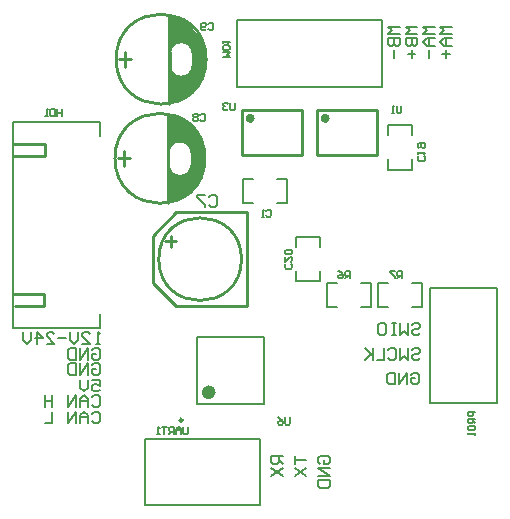
<source format=gbo>
G04 Layer_Color=32896*
%FSLAX44Y44*%
%MOMM*%
G71*
G01*
G75*
%ADD24C,0.2540*%
%ADD47C,0.2500*%
%ADD48C,0.6000*%
%ADD49C,0.1778*%
%ADD50C,0.7620*%
%ADD51C,0.2000*%
%ADD52C,0.1270*%
G36*
X96844Y-35869D02*
X111068Y-53141D01*
X113100Y-72445D01*
X105226Y-92003D01*
X93542Y-101147D01*
X81858Y-105465D01*
Y-77779D01*
X88970Y-83113D01*
X94558D01*
X100146Y-79049D01*
X102432Y-67619D01*
X100400Y-57459D01*
X94050Y-52633D01*
X85160Y-54919D01*
X81604Y-59237D01*
X81858Y-30281D01*
X96844Y-35869D01*
D02*
G37*
G36*
X97844Y48131D02*
X112068Y30859D01*
X114100Y11555D01*
X106226Y-8003D01*
X94542Y-17147D01*
X82858Y-21465D01*
Y6221D01*
X89970Y887D01*
X95558D01*
X101146Y4951D01*
X103432Y16381D01*
X101400Y26541D01*
X95050Y31367D01*
X86160Y29081D01*
X82604Y24763D01*
X82858Y53719D01*
X97844Y48131D01*
D02*
G37*
D24*
X113100Y-67619D02*
G03*
X113100Y-67619I-38100J0D01*
G01*
X82112Y-73969D02*
G03*
X91513Y-82879I9525J635D01*
G01*
X91510Y-82859D02*
G03*
X101924Y-73969I762J9652D01*
G01*
X92018Y-52887D02*
G03*
X82112Y-62031I-381J-9525D01*
G01*
X101924Y-62539D02*
G03*
X92018Y-52887I-9779J-127D01*
G01*
X114100Y16381D02*
G03*
X114100Y16381I-38100J0D01*
G01*
X83112Y10031D02*
G03*
X92513Y1121I9525J635D01*
G01*
X92510Y1141D02*
G03*
X102924Y10031I762J9652D01*
G01*
X93018Y31113D02*
G03*
X83112Y21969I-381J-9525D01*
G01*
X102924Y21461D02*
G03*
X93018Y31113I-9779J-127D01*
G01*
X144000Y-153000D02*
G03*
X144000Y-153000I-35000J0D01*
G01*
X81858Y-105211D02*
Y-31043D01*
X39440Y-67619D02*
X49600D01*
X44520Y-73969D02*
Y-61269D01*
X82112Y-73969D02*
Y-61523D01*
X101924Y-74731D02*
Y-60761D01*
X82858Y-21211D02*
Y52957D01*
X40440Y16381D02*
X50600D01*
X45520Y10031D02*
Y22731D01*
X83112Y10031D02*
Y22477D01*
X102924Y9269D02*
Y23239D01*
X208280Y-64643D02*
Y-26797D01*
Y-64643D02*
X259080D01*
Y-26797D01*
X208280D02*
X259080D01*
X144780Y-64643D02*
Y-26797D01*
Y-64643D02*
X195580D01*
Y-26797D01*
X144780D02*
X195580D01*
X89000Y-193000D02*
X149000D01*
X69000Y-173000D02*
X89000Y-193000D01*
X69000Y-173000D02*
Y-133000D01*
X69000D01*
X89000Y-113000D01*
X149000D01*
Y-193000D02*
Y-113000D01*
X84000Y-143000D02*
Y-133000D01*
X79000Y-138000D02*
X89000D01*
X-48866Y-182166D02*
X-22958D01*
Y-192580D02*
Y-182166D01*
X-48104Y-192580D02*
X-22958D01*
X-48866Y-65834D02*
X-22450D01*
Y-55420D01*
X-48866D02*
X-22450D01*
D47*
X93996Y-289254D02*
G03*
X93996Y-289254I-1250J0D01*
G01*
D48*
X119246Y-265754D02*
G03*
X119246Y-265754I-3000J0D01*
G01*
D49*
X145204Y-105160D02*
X153840D01*
X145204D02*
Y-95000D01*
Y-84840D01*
X153840D01*
X174160D02*
X182796D01*
Y-95000D02*
Y-84840D01*
Y-105160D02*
Y-95000D01*
X174160Y-105160D02*
X182796D01*
X259204Y-193160D02*
X267840D01*
X259204D02*
Y-183000D01*
Y-172840D01*
X267840D01*
X288160D02*
X296796D01*
Y-183000D02*
Y-172840D01*
Y-193160D02*
Y-183000D01*
X288160Y-193160D02*
X296796D01*
X216204D02*
X224840D01*
X216204D02*
Y-183000D01*
Y-172840D01*
X224840D01*
X245160D02*
X253796D01*
Y-183000D02*
Y-172840D01*
Y-193160D02*
Y-183000D01*
X245160Y-193160D02*
X253796D01*
X288290Y-77216D02*
Y-68580D01*
X278130Y-77216D02*
X288290D01*
X267970D02*
X278130D01*
X267970D02*
Y-68580D01*
Y-48260D02*
Y-39624D01*
X278130D01*
X288290D01*
Y-48260D02*
Y-39624D01*
X210160Y-171796D02*
Y-163160D01*
X200000Y-171796D02*
X210160D01*
X189840D02*
X200000D01*
X189840D02*
Y-163160D01*
Y-142840D02*
Y-134204D01*
X200000D01*
X210160D01*
Y-142840D02*
Y-134204D01*
D50*
X214877Y-33678D02*
G03*
X214884Y-33655I-1022J341D01*
G01*
X151377Y-33678D02*
G03*
X151384Y-33655I-1022J341D01*
G01*
D51*
X106246Y-275754D02*
Y-218754D01*
X163246Y-275754D02*
Y-218754D01*
X106246Y-275754D02*
X163246D01*
X106246Y-218754D02*
X163246D01*
X62678Y-304870D02*
X159960D01*
Y-361512D02*
Y-304870D01*
X62678Y-361512D02*
X159960D01*
X62678D02*
Y-304870D01*
X303870Y-275022D02*
Y-177740D01*
X360512D01*
Y-275022D02*
Y-177740D01*
X303870Y-275022D02*
X360512D01*
X-49120Y-210868D02*
X24540D01*
X-49120D02*
Y-36878D01*
X24540Y-210868D02*
Y-199350D01*
Y-48650D02*
Y-36878D01*
X-49120D02*
X24540D01*
X140208Y-7112D02*
X262890D01*
Y49530D01*
X140208D02*
X262890D01*
X140208Y-7112D02*
Y49530D01*
D52*
X-8000Y-26002D02*
Y-32000D01*
Y-29001D01*
X-11999D01*
Y-26002D01*
Y-32000D01*
X-13998Y-26002D02*
Y-32000D01*
X-16997D01*
X-17997Y-31000D01*
Y-27002D01*
X-16997Y-26002D01*
X-13998D01*
X-19996Y-32000D02*
X-21995D01*
X-20996D01*
Y-26002D01*
X-19996Y-27002D01*
X342000Y-282000D02*
X336002D01*
Y-284999D01*
X337002Y-285999D01*
X339001D01*
X340001Y-284999D01*
Y-282000D01*
X342000Y-287998D02*
X336002D01*
Y-290997D01*
X337002Y-291997D01*
X339001D01*
X340001Y-290997D01*
Y-287998D01*
Y-289997D02*
X342000Y-291997D01*
X336002Y-296995D02*
Y-294996D01*
X337002Y-293996D01*
X341000D01*
X342000Y-294996D01*
Y-296995D01*
X341000Y-297995D01*
X337002D01*
X336002Y-296995D01*
X342000Y-299994D02*
Y-301994D01*
Y-300994D01*
X336002D01*
X337002Y-299994D01*
X98700Y-295002D02*
Y-300000D01*
X97700Y-301000D01*
X95701D01*
X94701Y-300000D01*
Y-295002D01*
X92702Y-301000D02*
Y-297001D01*
X90703Y-295002D01*
X88703Y-297001D01*
Y-301000D01*
Y-298001D01*
X92702D01*
X86704Y-301000D02*
Y-295002D01*
X83705D01*
X82705Y-296002D01*
Y-298001D01*
X83705Y-299001D01*
X86704D01*
X84705D02*
X82705Y-301000D01*
X80706Y-295002D02*
X76707D01*
X78706D01*
Y-301000D01*
X74708D02*
X72708D01*
X73708D01*
Y-295002D01*
X74708Y-296002D01*
X138430Y-20672D02*
Y-25670D01*
X137430Y-26670D01*
X135431D01*
X134431Y-25670D01*
Y-20672D01*
X132432Y-21672D02*
X131432Y-20672D01*
X129433D01*
X128433Y-21672D01*
Y-22671D01*
X129433Y-23671D01*
X130433D01*
X129433D01*
X128433Y-24671D01*
Y-25670D01*
X129433Y-26670D01*
X131432D01*
X132432Y-25670D01*
X279400Y-23212D02*
Y-28210D01*
X278400Y-29210D01*
X276401D01*
X275401Y-28210D01*
Y-23212D01*
X273402Y-29210D02*
X271403D01*
X272402D01*
Y-23212D01*
X273402Y-24212D01*
X116001Y45998D02*
X117001Y46998D01*
X119000D01*
X120000Y45998D01*
Y42000D01*
X119000Y41000D01*
X117001D01*
X116001Y42000D01*
X114002D02*
X113002Y41000D01*
X111003D01*
X110003Y42000D01*
Y45998D01*
X111003Y46998D01*
X113002D01*
X114002Y45998D01*
Y44999D01*
X113002Y43999D01*
X110003D01*
X109001Y-31002D02*
X110001Y-30002D01*
X112000D01*
X113000Y-31002D01*
Y-35000D01*
X112000Y-36000D01*
X110001D01*
X109001Y-35000D01*
X107002Y-31002D02*
X106002Y-30002D01*
X104003D01*
X103003Y-31002D01*
Y-32001D01*
X104003Y-33001D01*
X103003Y-34001D01*
Y-35000D01*
X104003Y-36000D01*
X106002D01*
X107002Y-35000D01*
Y-34001D01*
X106002Y-33001D01*
X107002Y-32001D01*
Y-31002D01*
X106002Y-33001D02*
X104003D01*
X165001Y-112002D02*
X166001Y-111002D01*
X168000D01*
X169000Y-112002D01*
Y-116000D01*
X168000Y-117000D01*
X166001D01*
X165001Y-116000D01*
X163002Y-117000D02*
X161003D01*
X162002D01*
Y-111002D01*
X163002Y-112002D01*
X185000Y-287002D02*
Y-292000D01*
X184000Y-293000D01*
X182001D01*
X181001Y-292000D01*
Y-287002D01*
X175003D02*
X177003Y-288002D01*
X179002Y-290001D01*
Y-292000D01*
X178002Y-293000D01*
X176003D01*
X175003Y-292000D01*
Y-291001D01*
X176003Y-290001D01*
X179002D01*
X128000Y18000D02*
X133998D01*
X131999Y19999D01*
X133998Y21999D01*
X128000D01*
X133998Y26997D02*
Y24998D01*
X132998Y23998D01*
X129000D01*
X128000Y24998D01*
Y26997D01*
X129000Y27997D01*
X132998D01*
X133998Y26997D01*
X128000Y29996D02*
Y31995D01*
Y30996D01*
X133998D01*
X132998Y29996D01*
X185998Y-157001D02*
X186998Y-158001D01*
Y-160000D01*
X185998Y-161000D01*
X182000D01*
X181000Y-160000D01*
Y-158001D01*
X182000Y-157001D01*
X181000Y-151003D02*
Y-155002D01*
X184999Y-151003D01*
X185998D01*
X186998Y-152003D01*
Y-154002D01*
X185998Y-155002D01*
Y-149004D02*
X186998Y-148004D01*
Y-146005D01*
X185998Y-145005D01*
X182000D01*
X181000Y-146005D01*
Y-148004D01*
X182000Y-149004D01*
X185998D01*
X298368Y-65851D02*
X299368Y-66851D01*
Y-68850D01*
X298368Y-69850D01*
X294370D01*
X293370Y-68850D01*
Y-66851D01*
X294370Y-65851D01*
X293370Y-63852D02*
Y-61853D01*
Y-62852D01*
X299368D01*
X298368Y-63852D01*
X294370Y-58854D02*
X293370Y-57854D01*
Y-55855D01*
X294370Y-54855D01*
X298368D01*
X299368Y-55855D01*
Y-57854D01*
X298368Y-58854D01*
X297369D01*
X296369Y-57854D01*
Y-54855D01*
X236000Y-169000D02*
Y-163002D01*
X233001D01*
X232001Y-164002D01*
Y-166001D01*
X233001Y-167001D01*
X236000D01*
X234001D02*
X232001Y-169000D01*
X226003Y-163002D02*
X228003Y-164002D01*
X230002Y-166001D01*
Y-168000D01*
X229002Y-169000D01*
X227003D01*
X226003Y-168000D01*
Y-167001D01*
X227003Y-166001D01*
X230002D01*
X280000Y-169000D02*
Y-163002D01*
X277001D01*
X276001Y-164002D01*
Y-166001D01*
X277001Y-167001D01*
X280000D01*
X278001D02*
X276001Y-169000D01*
X274002Y-163002D02*
X270003D01*
Y-164002D01*
X274002Y-168000D01*
Y-169000D01*
X116335Y-100669D02*
X118002Y-99003D01*
X121334D01*
X123000Y-100669D01*
Y-107334D01*
X121334Y-109000D01*
X118002D01*
X116335Y-107334D01*
X113003Y-99003D02*
X106339D01*
Y-100669D01*
X113003Y-107334D01*
Y-109000D01*
X288335Y-208669D02*
X290002Y-207003D01*
X293334D01*
X295000Y-208669D01*
Y-210336D01*
X293334Y-212002D01*
X290002D01*
X288335Y-213668D01*
Y-215334D01*
X290002Y-217000D01*
X293334D01*
X295000Y-215334D01*
X285003Y-207003D02*
Y-217000D01*
X281671Y-213668D01*
X278339Y-217000D01*
Y-207003D01*
X275006D02*
X271674D01*
X273340D01*
Y-217000D01*
X275006D01*
X271674D01*
X261677Y-207003D02*
X265010D01*
X266676Y-208669D01*
Y-215334D01*
X265010Y-217000D01*
X261677D01*
X260011Y-215334D01*
Y-208669D01*
X261677Y-207003D01*
X288335Y-229669D02*
X290002Y-228003D01*
X293334D01*
X295000Y-229669D01*
Y-231336D01*
X293334Y-233002D01*
X290002D01*
X288335Y-234668D01*
Y-236334D01*
X290002Y-238000D01*
X293334D01*
X295000Y-236334D01*
X285003Y-228003D02*
Y-238000D01*
X281671Y-234668D01*
X278339Y-238000D01*
Y-228003D01*
X268342Y-229669D02*
X270008Y-228003D01*
X273340D01*
X275006Y-229669D01*
Y-236334D01*
X273340Y-238000D01*
X270008D01*
X268342Y-236334D01*
X265010Y-228003D02*
Y-238000D01*
X258345D01*
X255013Y-228003D02*
Y-238000D01*
Y-234668D01*
X248348Y-228003D01*
X253347Y-233002D01*
X248348Y-238000D01*
X287335Y-250669D02*
X289002Y-249003D01*
X292334D01*
X294000Y-250669D01*
Y-257334D01*
X292334Y-259000D01*
X289002D01*
X287335Y-257334D01*
Y-254002D01*
X290668D01*
X284003Y-259000D02*
Y-249003D01*
X277339Y-259000D01*
Y-249003D01*
X274006D02*
Y-259000D01*
X269008D01*
X267342Y-257334D01*
Y-250669D01*
X269008Y-249003D01*
X274006D01*
X210669Y-326665D02*
X209003Y-324998D01*
Y-321666D01*
X210669Y-320000D01*
X217334D01*
X219000Y-321666D01*
Y-324998D01*
X217334Y-326665D01*
X214002D01*
Y-323332D01*
X219000Y-329997D02*
X209003D01*
X219000Y-336661D01*
X209003D01*
Y-339994D02*
X219000D01*
Y-344992D01*
X217334Y-346658D01*
X210669D01*
X209003Y-344992D01*
Y-339994D01*
X189003Y-320000D02*
Y-326665D01*
Y-323332D01*
X199000D01*
X189003Y-329997D02*
X199000Y-336661D01*
X189003D02*
X199000Y-329997D01*
X179000Y-320000D02*
X169003D01*
Y-324998D01*
X170669Y-326665D01*
X174002D01*
X175668Y-324998D01*
Y-320000D01*
Y-323332D02*
X179000Y-326665D01*
X169003Y-329997D02*
X179000Y-336661D01*
X169003D02*
X179000Y-329997D01*
X17335Y-229669D02*
X19002Y-228003D01*
X22334D01*
X24000Y-229669D01*
Y-236334D01*
X22334Y-238000D01*
X19002D01*
X17335Y-236334D01*
Y-233002D01*
X20668D01*
X14003Y-238000D02*
Y-228003D01*
X7339Y-238000D01*
Y-228003D01*
X4006D02*
Y-238000D01*
X-992D01*
X-2658Y-236334D01*
Y-229669D01*
X-992Y-228003D01*
X4006D01*
X17335Y-242669D02*
X19002Y-241003D01*
X22334D01*
X24000Y-242669D01*
Y-249334D01*
X22334Y-251000D01*
X19002D01*
X17335Y-249334D01*
Y-246002D01*
X20668D01*
X14003Y-251000D02*
Y-241003D01*
X7339Y-251000D01*
Y-241003D01*
X4006D02*
Y-251000D01*
X-992D01*
X-2658Y-249334D01*
Y-242669D01*
X-992Y-241003D01*
X4006D01*
X24000Y-225000D02*
X20668D01*
X22334D01*
Y-215003D01*
X24000Y-216669D01*
X9005Y-225000D02*
X15669D01*
X9005Y-218335D01*
Y-216669D01*
X10671Y-215003D01*
X14003D01*
X15669Y-216669D01*
X5673Y-215003D02*
Y-221668D01*
X2340Y-225000D01*
X-992Y-221668D01*
Y-215003D01*
X-4324Y-220002D02*
X-10989D01*
X-20986Y-225000D02*
X-14321D01*
X-20986Y-218335D01*
Y-216669D01*
X-19319Y-215003D01*
X-15987D01*
X-14321Y-216669D01*
X-29316Y-225000D02*
Y-215003D01*
X-24318Y-220002D01*
X-30982D01*
X-34314Y-215003D02*
Y-221668D01*
X-37647Y-225000D01*
X-40979Y-221668D01*
Y-215003D01*
X17335Y-255003D02*
X24000D01*
Y-260002D01*
X20668Y-258335D01*
X19002D01*
X17335Y-260002D01*
Y-263334D01*
X19002Y-265000D01*
X22334D01*
X24000Y-263334D01*
X14003Y-255003D02*
Y-261668D01*
X10671Y-265000D01*
X7339Y-261668D01*
Y-255003D01*
X17335Y-269669D02*
X19002Y-268003D01*
X22334D01*
X24000Y-269669D01*
Y-276334D01*
X22334Y-278000D01*
X19002D01*
X17335Y-276334D01*
X14003Y-278000D02*
Y-271336D01*
X10671Y-268003D01*
X7339Y-271336D01*
Y-278000D01*
Y-273002D01*
X14003D01*
X4006Y-278000D02*
Y-268003D01*
X-2658Y-278000D01*
Y-268003D01*
X-15987D02*
Y-278000D01*
Y-273002D01*
X-22652D01*
Y-268003D01*
Y-278000D01*
X17335Y-283669D02*
X19002Y-282003D01*
X22334D01*
X24000Y-283669D01*
Y-290334D01*
X22334Y-292000D01*
X19002D01*
X17335Y-290334D01*
X14003Y-292000D02*
Y-285336D01*
X10671Y-282003D01*
X7339Y-285336D01*
Y-292000D01*
Y-287002D01*
X14003D01*
X4006Y-292000D02*
Y-282003D01*
X-2658Y-292000D01*
Y-282003D01*
X-15987D02*
Y-292000D01*
X-22652D01*
X322000Y44000D02*
X312003D01*
X315336Y40668D01*
X312003Y37336D01*
X322000D01*
Y34003D02*
X315336D01*
X312003Y30671D01*
X315336Y27339D01*
X322000D01*
X317002D01*
Y34003D01*
Y24006D02*
Y17342D01*
X313669Y20674D02*
X320334D01*
X308000Y44000D02*
X298003D01*
X301336Y40668D01*
X298003Y37336D01*
X308000D01*
Y34003D02*
X301336D01*
X298003Y30671D01*
X301336Y27339D01*
X308000D01*
X303002D01*
Y34003D01*
Y24006D02*
Y17342D01*
X278000Y44000D02*
X268003D01*
X271336Y40668D01*
X268003Y37336D01*
X278000D01*
X268003Y34003D02*
X278000D01*
Y29005D01*
X276334Y27339D01*
X274668D01*
X273002Y29005D01*
Y34003D01*
Y29005D01*
X271336Y27339D01*
X269669D01*
X268003Y29005D01*
Y34003D01*
X273002Y24006D02*
Y17342D01*
X293000Y44000D02*
X283003D01*
X286336Y40668D01*
X283003Y37336D01*
X293000D01*
X283003Y34003D02*
X293000D01*
Y29005D01*
X291334Y27339D01*
X289668D01*
X288002Y29005D01*
Y34003D01*
Y29005D01*
X286336Y27339D01*
X284669D01*
X283003Y29005D01*
Y34003D01*
X288002Y24006D02*
Y17342D01*
X284669Y20674D02*
X291334D01*
M02*

</source>
